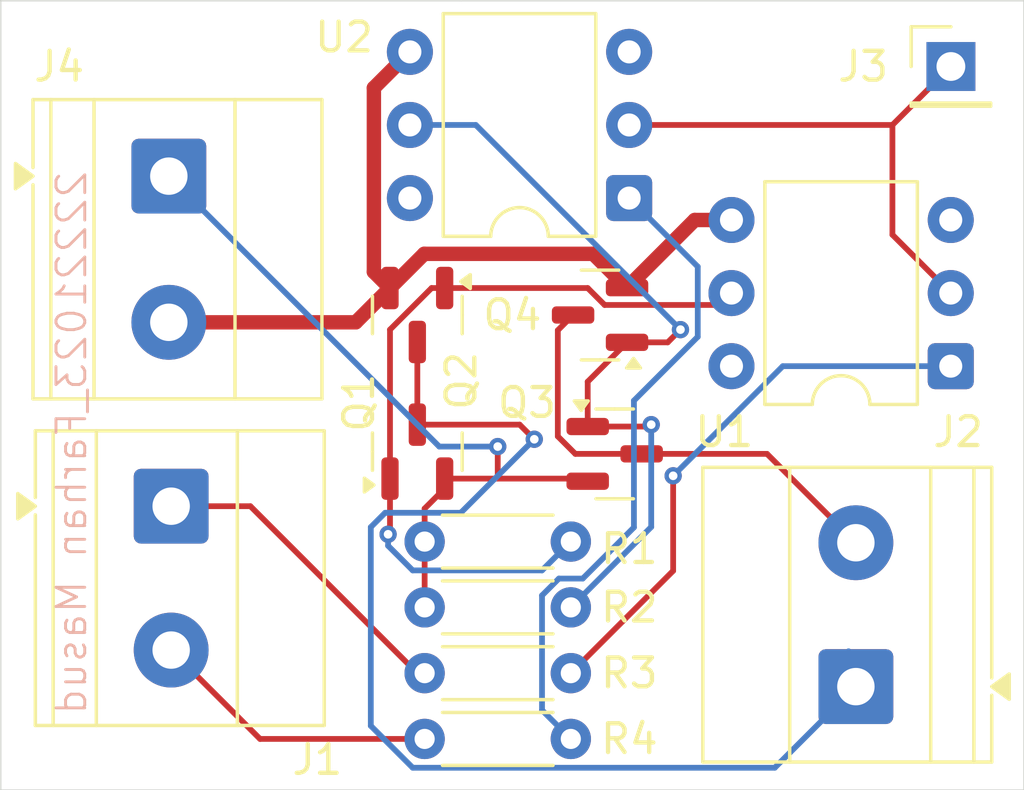
<source format=kicad_pcb>
(kicad_pcb (version 20241229) (generator "pcbnew") (generator_version "9.0")
  (layers (0 "F.Cu" signal) (2 "B.Cu" signal) (13 "F.Paste" user) (15 "B.Paste" user) (5 "F.SilkS" user "F.Silkscreen") (7 "B.SilkS" user "B.Silkscreen") (1 "F.Mask" user) (3 "B.Mask" user) (25 "Edge.Cuts" user))
  (net 0 "")
  (net 1 "IN1")
  (net 2 "IN2")
  (net 3 "OUT2")
  (net 4 "OUT1")
  (net 5 "GND")
  (net 6 "MGND")
  (net 7 "Vm")
  (net 8 "HBG1")
  (net 9 "HBG2")
  (net 10 "Net-(R3-Pad2)")
  (net 11 "Net-(R4-Pad2)")
  (footprint "Package_DIP:DIP-6_W7.62mm" (layer "F.Cu") (at 172.461 81.788 180)
    (property "Reference" "U1" (at 7.869 -2.286 0) (layer "F.SilkS"))
    (property "Value" "4N25" (hide yes))
    (fp_line (start 6.46 6.41) (end 6.46 -1.33) (stroke (width 0.12)) (layer "F.SilkS"))
    (fp_line (start 6.46 -1.33) (end 4.81 -1.33) (stroke (width 0.12)) (layer "F.SilkS"))
    (fp_line (start 2.81 -1.33) (end 1.16 -1.33) (stroke (width 0.12)) (layer "F.SilkS"))
    (fp_line (start 1.16 6.41) (end 6.46 6.41) (stroke (width 0.12)) (layer "F.SilkS"))
    (fp_line (start 1.16 -1.33) (end 1.16 6.41) (stroke (width 0.12)) (layer "F.SilkS"))
    (fp_arc (start 4.81 -1.33) (mid 3.81 -0.33) (end 2.81 -1.33) (stroke (width 0.12)) (layer "F.SilkS"))
    (pad "1" thru_hole roundrect (at 0 0 180) (size 1.6 1.6) (drill 0.8) (layers "*.Cu" "*.Mask") (roundrect_rratio 0.15625) (net 10 "Net-(R3-Pad2)"))
    (pad "2" thru_hole circle (at 0 2.54 180) (size 1.6 1.6) (drill 0.8) (layers "*.Cu" "*.Mask") (net 5 "GND"))
    (pad "3" thru_hole circle (at 0 5.08 180) (size 1.6 1.6) (drill 0.8) (layers "*.Cu" "*.Mask"))
    (pad "4" thru_hole circle (at 7.62 5.08 180) (size 1.6 1.6) (drill 0.8) (layers "*.Cu" "*.Mask") (net 6 "MGND"))
    (pad "5" thru_hole circle (at 7.62 2.54 180) (size 1.6 1.6) (drill 0.8) (layers "*.Cu" "*.Mask") (net 8 "HBG1"))
    (pad "6" thru_hole circle (at 7.62 0 180) (size 1.6 1.6) (drill 0.8) (layers "*.Cu" "*.Mask"))
  )
  (footprint "Connector_PinHeader_2.54mm:PinHeader_1x01_P2.54mm_Vertical" (layer "F.Cu") (at 172.466 71.374)
    (property "Reference" "J3" (at -3.048 0 0) (layer "F.SilkS"))
    (property "Value" "Conn_01x01_Pin" (hide yes))
    (fp_line (start -1.38 -1.38) (end 0 -1.38) (stroke (width 0.12)) (layer "F.SilkS"))
    (fp_line (start -1.38 0) (end -1.38 -1.38) (stroke (width 0.12)) (layer "F.SilkS"))
    (fp_line (start -1.38 1.27) (end -1.38 1.38) (stroke (width 0.12)) (layer "F.SilkS"))
    (fp_line (start -1.38 1.27) (end 1.38 1.27) (stroke (width 0.12)) (layer "F.SilkS"))
    (fp_line (start -1.38 1.38) (end 1.38 1.38) (stroke (width 0.12)) (layer "F.SilkS"))
    (fp_line (start 1.38 1.27) (end 1.38 1.38) (stroke (width 0.12)) (layer "F.SilkS"))
    (pad "1" thru_hole rect (at 0 0) (size 1.7 1.7) (drill 1) (layers "*.Cu" "*.Mask") (net 5 "GND"))
  )
  (footprint "Package_TO_SOT_SMD:SOT-23" (layer "F.Cu") (at 153.924 80.01 -90)
    (property "Reference" "Q2" (at 2.286 -1.524 90) (layer "F.SilkS"))
    (property "Value" "IRLML0030" (hide yes))
    (fp_line (start 0 1.56) (end -0.65 1.56) (stroke (width 0.12)) (layer "F.SilkS"))
    (fp_line (start 0 1.56) (end 0.65 1.56) (stroke (width 0.12)) (layer "F.SilkS"))
    (fp_line (start 0 -1.56) (end -0.65 -1.56) (stroke (width 0.12)) (layer "F.SilkS"))
    (fp_line (start 0 -1.56) (end 0.65 -1.56) (stroke (width 0.12)) (layer "F.SilkS"))
    (fp_poly (pts (xy -1.1625 -1.51) (xy -1.4025 -1.84) (xy -0.9225 -1.84)) (stroke (width 0.12)) (fill yes) (layer "F.SilkS"))
    (pad "1" smd roundrect (at -0.9375 -0.95 270) (size 1.475 0.6) (layers "F.Cu" "F.Mask" "F.Paste") (net 8 "HBG1"))
    (pad "2" smd roundrect (at -0.9375 0.95 270) (size 1.475 0.6) (layers "F.Cu" "F.Mask" "F.Paste") (net 6 "MGND"))
    (pad "3" smd roundrect (at 0.9375 0 270) (size 1.475 0.6) (layers "F.Cu" "F.Mask" "F.Paste") (net 4 "OUT1"))
  )
  (footprint "TerminalBlock_Phoenix:TerminalBlock_Phoenix_MKDS-1,5-2_1x02_P5.00mm_Horizontal" (layer "F.Cu") (at 169.164 92.924 90)
    (property "Reference" "J2" (at 8.85 3.556 180) (layer "F.SilkS"))
    (property "Value" "Screw_Terminal_01x02" (hide yes))
    (fp_line (start 7.62 -5.32) (end 7.62 4.72) (stroke (width 0.12)) (layer "F.SilkS"))
    (fp_line (start -2.62 -5.32) (end 7.62 -5.32) (stroke (width 0.12)) (layer "F.SilkS"))
    (fp_line (start -2.62 -5.32) (end -2.62 4.72) (stroke (width 0.12)) (layer "F.SilkS"))
    (fp_line (start -2.62 -2.3) (end 7.62 -2.3) (stroke (width 0.12)) (layer "F.SilkS"))
    (fp_line (start -2.62 2.6) (end 7.62 2.6) (stroke (width 0.12)) (layer "F.SilkS"))
    (fp_line (start -2.62 4.1) (end 7.62 4.1) (stroke (width 0.12)) (layer "F.SilkS"))
    (fp_line (start 0.3 4.72) (end 7.62 4.72) (stroke (width 0.12)) (layer "F.SilkS"))
    (fp_line (start -2.62 4.72) (end -0.3 4.72) (stroke (width 0.12)) (layer "F.SilkS"))
    (fp_poly (pts (xy 0 4.72) (xy 0.44 5.33) (xy -0.44 5.33)) (stroke (width 0.12)) (fill yes) (layer "F.SilkS"))
    (pad "1" thru_hole roundrect (at 0 0 90) (size 2.6 2.6) (drill 1.3) (layers "*.Cu" "*.Mask") (roundrect_rratio 0.096154) (net 4 "OUT1"))
    (pad "2" thru_hole circle (at 5 0 90) (size 2.6 2.6) (drill 1.3) (layers "*.Cu" "*.Mask") (net 3 "OUT2"))
  )
  (footprint "Package_DIP:DIP-6_W7.62mm" (layer "F.Cu") (at 161.285 75.946 180)
    (property "Reference" "U2" (at 9.906 5.588 0) (layer "F.SilkS"))
    (property "Value" "4N25" (hide yes))
    (fp_line (start 6.46 6.41) (end 6.46 -1.33) (stroke (width 0.12)) (layer "F.SilkS"))
    (fp_line (start 6.46 -1.33) (end 4.81 -1.33) (stroke (width 0.12)) (layer "F.SilkS"))
    (fp_line (start 2.81 -1.33) (end 1.16 -1.33) (stroke (width 0.12)) (layer "F.SilkS"))
    (fp_line (start 1.16 6.41) (end 6.46 6.41) (stroke (width 0.12)) (layer "F.SilkS"))
    (fp_line (start 1.16 -1.33) (end 1.16 6.41) (stroke (width 0.12)) (layer "F.SilkS"))
    (fp_arc (start 4.81 -1.33) (mid 3.81 -0.33) (end 2.81 -1.33) (stroke (width 0.12)) (layer "F.SilkS"))
    (pad "1" thru_hole roundrect (at 0 0 180) (size 1.6 1.6) (drill 0.8) (layers "*.Cu" "*.Mask") (roundrect_rratio 0.15625) (net 11 "Net-(R4-Pad2)"))
    (pad "2" thru_hole circle (at 0 2.54 180) (size 1.6 1.6) (drill 0.8) (layers "*.Cu" "*.Mask") (net 5 "GND"))
    (pad "3" thru_hole circle (at 0 5.08 180) (size 1.6 1.6) (drill 0.8) (layers "*.Cu" "*.Mask"))
    (pad "4" thru_hole circle (at 7.62 5.08 180) (size 1.6 1.6) (drill 0.8) (layers "*.Cu" "*.Mask") (net 6 "MGND"))
    (pad "5" thru_hole circle (at 7.62 2.54 180) (size 1.6 1.6) (drill 0.8) (layers "*.Cu" "*.Mask") (net 9 "HBG2"))
    (pad "6" thru_hole circle (at 7.62 0 180) (size 1.6 1.6) (drill 0.8) (layers "*.Cu" "*.Mask"))
  )
  (footprint "Resistor_THT:R_Axial_DIN0204_L3.6mm_D1.6mm_P5.08mm_Horizontal" (layer "F.Cu") (at 154.178 94.742)
    (property "Reference" "R4" (at 7.112 0 0) (layer "F.SilkS"))
    (property "Value" "R" (hide yes))
    (fp_line (start 0.62 -0.92) (end 4.46 -0.92) (stroke (width 0.12)) (layer "F.SilkS"))
    (fp_line (start 0.62 0.92) (end 4.46 0.92) (stroke (width 0.12)) (layer "F.SilkS"))
    (pad "1" thru_hole circle (at 0 0) (size 1.4 1.4) (drill 0.7) (layers "*.Cu" "*.Mask") (net 2 "IN2"))
    (pad "2" thru_hole circle (at 5.08 0) (size 1.4 1.4) (drill 0.7) (layers "*.Cu" "*.Mask") (net 11 "Net-(R4-Pad2)"))
  )
  (footprint "Resistor_THT:R_Axial_DIN0204_L3.6mm_D1.6mm_P5.08mm_Horizontal" (layer "F.Cu") (at 154.178 90.17)
    (property "Reference" "R2" (at 7.112 0 0) (layer "F.SilkS"))
    (property "Value" "R" (hide yes))
    (fp_line (start 0.62 -0.92) (end 4.46 -0.92) (stroke (width 0.12)) (layer "F.SilkS"))
    (fp_line (start 0.62 0.92) (end 4.46 0.92) (stroke (width 0.12)) (layer "F.SilkS"))
    (pad "1" thru_hole circle (at 0 0) (size 1.4 1.4) (drill 0.7) (layers "*.Cu" "*.Mask") (net 7 "Vm"))
    (pad "2" thru_hole circle (at 5.08 0) (size 1.4 1.4) (drill 0.7) (layers "*.Cu" "*.Mask") (net 9 "HBG2"))
  )
  (footprint "Resistor_THT:R_Axial_DIN0204_L3.6mm_D1.6mm_P5.08mm_Horizontal" (layer "F.Cu") (at 154.178 92.456)
    (property "Reference" "R3" (at 7.112 0 0) (layer "F.SilkS"))
    (property "Value" "R" (hide yes))
    (fp_line (start 0.62 -0.92) (end 4.46 -0.92) (stroke (width 0.12)) (layer "F.SilkS"))
    (fp_line (start 0.62 0.92) (end 4.46 0.92) (stroke (width 0.12)) (layer "F.SilkS"))
    (pad "1" thru_hole circle (at 0 0) (size 1.4 1.4) (drill 0.7) (layers "*.Cu" "*.Mask") (net 1 "IN1"))
    (pad "2" thru_hole circle (at 5.08 0) (size 1.4 1.4) (drill 0.7) (layers "*.Cu" "*.Mask") (net 10 "Net-(R3-Pad2)"))
  )
  (footprint "Package_TO_SOT_SMD:SOT-23" (layer "F.Cu") (at 160.782 84.836)
    (property "Reference" "Q3" (at -3.048 -1.778 0) (layer "F.SilkS"))
    (property "Value" "AO3401A" (hide yes))
    (fp_line (start 0 -1.56) (end -0.65 -1.56) (stroke (width 0.12)) (layer "F.SilkS"))
    (fp_line (start 0 -1.56) (end 0.65 -1.56) (stroke (width 0.12)) (layer "F.SilkS"))
    (fp_line (start 0 1.56) (end -0.65 1.56) (stroke (width 0.12)) (layer "F.SilkS"))
    (fp_line (start 0 1.56) (end 0.65 1.56) (stroke (width 0.12)) (layer "F.SilkS"))
    (fp_poly (pts (xy -1.1625 -1.51) (xy -1.4025 -1.84) (xy -0.9225 -1.84)) (stroke (width 0.12)) (fill yes) (layer "F.SilkS"))
    (pad "1" smd roundrect (at -0.9375 -0.95) (size 1.475 0.6) (layers "F.Cu" "F.Mask" "F.Paste") (net 9 "HBG2"))
    (pad "2" smd roundrect (at -0.9375 0.95) (size 1.475 0.6) (layers "F.Cu" "F.Mask" "F.Paste") (net 7 "Vm"))
    (pad "3" smd roundrect (at 0.9375 0) (size 1.475 0.6) (layers "F.Cu" "F.Mask" "F.Paste") (net 3 "OUT2"))
  )
  (footprint "Resistor_THT:R_Axial_DIN0204_L3.6mm_D1.6mm_P5.08mm_Horizontal" (layer "F.Cu") (at 154.178 87.884)
    (property "Reference" "R1" (at 7.112 0.254 0) (layer "F.SilkS"))
    (property "Value" "R" (hide yes))
    (fp_line (start 0.62 -0.92) (end 4.46 -0.92) (stroke (width 0.12)) (layer "F.SilkS"))
    (fp_line (start 0.62 0.92) (end 4.46 0.92) (stroke (width 0.12)) (layer "F.SilkS"))
    (pad "1" thru_hole circle (at 0 0) (size 1.4 1.4) (drill 0.7) (layers "*.Cu" "*.Mask") (net 7 "Vm"))
    (pad "2" thru_hole circle (at 5.08 0) (size 1.4 1.4) (drill 0.7) (layers "*.Cu" "*.Mask") (net 8 "HBG1"))
  )
  (footprint "TerminalBlock_Phoenix:TerminalBlock_Phoenix_MKDS-1,5-2_1x02_P5.00mm_Horizontal" (layer "F.Cu") (at 145.3695 86.654 -90)
    (property "Reference" "J1" (at 8.81 -5.08 180) (layer "F.SilkS"))
    (property "Value" "Screw_Terminal_01x02" (hide yes))
    (fp_line (start -2.62 4.72) (end -0.3 4.72) (stroke (width 0.12)) (layer "F.SilkS"))
    (fp_line (start 0.3 4.72) (end 7.62 4.72) (stroke (width 0.12)) (layer "F.SilkS"))
    (fp_line (start -2.62 4.1) (end 7.62 4.1) (stroke (width 0.12)) (layer "F.SilkS"))
    (fp_line (start -2.62 2.6) (end 7.62 2.6) (stroke (width 0.12)) (layer "F.SilkS"))
    (fp_line (start -2.62 -2.3) (end 7.62 -2.3) (stroke (width 0.12)) (layer "F.SilkS"))
    (fp_line (start -2.62 -5.32) (end -2.62 4.72) (stroke (width 0.12)) (layer "F.SilkS"))
    (fp_line (start -2.62 -5.32) (end 7.62 -5.32) (stroke (width 0.12)) (layer "F.SilkS"))
    (fp_line (start 7.62 -5.32) (end 7.62 4.72) (stroke (width 0.12)) (layer "F.SilkS"))
    (fp_poly (pts (xy 0 4.72) (xy 0.44 5.33) (xy -0.44 5.33)) (stroke (width 0.12)) (fill yes) (layer "F.SilkS"))
    (pad "1" thru_hole roundrect (at 0 0 270) (size 2.6 2.6) (drill 1.3) (layers "*.Cu" "*.Mask") (roundrect_rratio 0.096154) (net 1 "IN1"))
    (pad "2" thru_hole circle (at 5 0 270) (size 2.6 2.6) (drill 1.3) (layers "*.Cu" "*.Mask") (net 2 "IN2"))
  )
  (footprint "TerminalBlock_Phoenix:TerminalBlock_Phoenix_MKDS-1,5-2-5.08_1x02_P5.08mm_Horizontal" (layer "F.Cu") (at 145.288 75.184 -90)
    (property "Reference" "J4" (at -3.81 3.81 180) (layer "F.SilkS"))
    (property "Value" "Screw_Terminal_01x02" (hide yes))
    (fp_line (start -2.66 4.72) (end -0.3 4.72) (stroke (width 0.12)) (layer "F.SilkS"))
    (fp_line (start 0.3 4.72) (end 7.74 4.72) (stroke (width 0.12)) (layer "F.SilkS"))
    (fp_line (start -2.66 4.1) (end 7.74 4.1) (stroke (width 0.12)) (layer "F.SilkS"))
    (fp_line (start -2.66 2.6) (end 7.74 2.6) (stroke (width 0.12)) (layer "F.SilkS"))
    (fp_line (start -2.66 -2.3) (end 7.74 -2.3) (stroke (width 0.12)) (layer "F.SilkS"))
    (fp_line (start -2.66 -5.32) (end -2.66 4.72) (stroke (width 0.12)) (layer "F.SilkS"))
    (fp_line (start -2.66 -5.32) (end 7.74 -5.32) (stroke (width 0.12)) (layer "F.SilkS"))
    (fp_line (start 7.74 -5.32) (end 7.74 4.72) (stroke (width 0.12)) (layer "F.SilkS"))
    (fp_poly (pts (xy 0 4.72) (xy 0.44 5.33) (xy -0.44 5.33)) (stroke (width 0.12)) (fill yes) (layer "F.SilkS"))
    (pad "1" thru_hole roundrect (at 0 0 270) (size 2.6 2.6) (drill 1.3) (layers "*.Cu" "*.Mask") (roundrect_rratio 0.096154) (net 7 "Vm"))
    (pad "2" thru_hole circle (at 5.08 0 270) (size 2.6 2.6) (drill 1.3) (layers "*.Cu" "*.Mask") (net 6 "MGND"))
  )
  (footprint "Package_TO_SOT_SMD:SOT-23" (layer "F.Cu") (at 153.924 84.7575 90)
    (property "Reference" "Q1" (at 1.6995 -2.032 90) (layer "F.SilkS"))
    (property "Value" "AO3401A" (hide yes))
    (fp_line (start 0 -1.56) (end 0.65 -1.56) (stroke (width 0.12)) (layer "F.SilkS"))
    (fp_line (start 0 -1.56) (end -0.65 -1.56) (stroke (width 0.12)) (layer "F.SilkS"))
    (fp_line (start 0 1.56) (end 0.65 1.56) (stroke (width 0.12)) (layer "F.SilkS"))
    (fp_line (start 0 1.56) (end -0.65 1.56) (stroke (width 0.12)) (layer "F.SilkS"))
    (fp_poly (pts (xy -1.1625 -1.51) (xy -1.4025 -1.84) (xy -0.9225 -1.84)) (stroke (width 0.12)) (fill yes) (layer "F.SilkS"))
    (pad "1" smd roundrect (at -0.9375 -0.95 90) (size 1.475 0.6) (layers "F.Cu" "F.Mask" "F.Paste") (net 8 "HBG1"))
    (pad "2" smd roundrect (at -0.9375 0.95 90) (size 1.475 0.6) (layers "F.Cu" "F.Mask" "F.Paste") (net 7 "Vm"))
    (pad "3" smd roundrect (at 0.9375 0 90) (size 1.475 0.6) (layers "F.Cu" "F.Mask" "F.Paste") (net 4 "OUT1"))
  )
  (footprint "Package_TO_SOT_SMD:SOT-23" (layer "F.Cu") (at 160.274 80.01 180)
    (property "Reference" "Q4" (at 3.048 0 0) (layer "F.SilkS"))
    (property "Value" "IRLML0030" (hide yes))
    (fp_line (start 0 1.56) (end 0.65 1.56) (stroke (width 0.12)) (layer "F.SilkS"))
    (fp_line (start 0 1.56) (end -0.65 1.56) (stroke (width 0.12)) (layer "F.SilkS"))
    (fp_line (start 0 -1.56) (end 0.65 -1.56) (stroke (width 0.12)) (layer "F.SilkS"))
    (fp_line (start 0 -1.56) (end -0.65 -1.56) (stroke (width 0.12)) (layer "F.SilkS"))
    (fp_poly (pts (xy -1.1625 -1.51) (xy -1.4025 -1.84) (xy -0.9225 -1.84)) (stroke (width 0.12)) (fill yes) (layer "F.SilkS"))
    (pad "1" smd roundrect (at -0.9375 -0.95 180) (size 1.475 0.6) (layers "F.Cu" "F.Mask" "F.Paste") (net 9 "HBG2"))
    (pad "2" smd roundrect (at -0.9375 0.95 180) (size 1.475 0.6) (layers "F.Cu" "F.Mask" "F.Paste") (net 6 "MGND"))
    (pad "3" smd roundrect (at 0.9375 0 180) (size 1.475 0.6) (layers "F.Cu" "F.Mask" "F.Paste") (net 3 "OUT2"))
  )
  (gr_line (start 139.446 69.088) (end 139.446 96.52) (stroke (width 0.05)) (layer "Edge.Cuts"))
  (gr_line (start 155.448 69.088) (end 139.446 69.088) (stroke (width 0.05)) (layer "Edge.Cuts"))
  (gr_line (start 175.006 96.52) (end 175.006 69.088) (stroke (width 0.05)) (layer "Edge.Cuts"))
  (gr_line (start 139.446 96.52) (end 175.006 96.52) (stroke (width 0.05)) (layer "Edge.Cuts"))
  (gr_line (start 175.006 69.088) (end 155.448 69.088) (stroke (width 0.05)) (layer "Edge.Cuts"))
  (gr_text "22221023_Farhan Masud" (at 142.494 74.93 90) (layer "B.SilkS") (effects (font (size 1 1) (thickness 0.1)) (justify left bottom mirror)))
  (segment (start 153.924 92.456) (end 148.122 86.654) (width 0.2) (layer "F.Cu") (net 1))
  (segment (start 148.122 86.654) (end 145.3695 86.654) (width 0.2) (layer "F.Cu") (net 1))
  (segment (start 154.178 92.456) (end 153.924 92.456) (width 0.2) (layer "F.Cu") (net 1))
  (segment (start 154.178 94.742) (end 148.4575 94.742) (width 0.2) (layer "F.Cu") (net 2))
  (segment (start 148.4575 94.742) (end 145.3695 91.654) (width 0.2) (layer "F.Cu") (net 2))
  (segment (start 166.076 84.836) (end 169.164 87.924) (width 0.2) (layer "F.Cu") (net 3))
  (segment (start 158.806 84.226968) (end 158.806 80.5405) (width 0.2) (layer "F.Cu") (net 3))
  (segment (start 158.806 80.5405) (end 159.3365 80.01) (width 0.2) (layer "F.Cu") (net 3))
  (segment (start 161.7195 84.836) (end 166.076 84.836) (width 0.2) (layer "F.Cu") (net 3))
  (segment (start 161.7195 84.836) (end 159.415032 84.836) (width 0.2) (layer "F.Cu") (net 3))
  (segment (start 159.415032 84.836) (end 158.806 84.226968) (width 0.2) (layer "F.Cu") (net 3))
  (segment (start 157.48 83.82) (end 153.924 83.82) (width 0.2) (layer "F.Cu") (net 4))
  (segment (start 157.988 84.328) (end 157.48 83.82) (width 0.2) (layer "F.Cu") (net 4))
  (segment (start 153.924 83.82) (end 153.924 80.9475) (width 0.2) (layer "F.Cu") (net 4))
  (via (at 157.988 84.328) (size 0.6) (drill 0.3) (layers "F.Cu" "B.Cu") (net 4))
  (segment (start 169.164 92.924) (end 166.345 95.743) (width 0.2) (layer "B.Cu") (net 4))
  (segment (start 155.433 86.883) (end 157.988 84.328) (width 0.2) (layer "B.Cu") (net 4))
  (segment (start 152.307 87.381057) (end 152.805057 86.883) (width 0.2) (layer "B.Cu") (net 4))
  (segment (start 166.345 95.743) (end 153.763372 95.743) (width 0.2) (layer "B.Cu") (net 4))
  (segment (start 153.763372 95.743) (end 152.307 94.286628) (width 0.2) (layer "B.Cu") (net 4))
  (segment (start 152.805057 86.883) (end 155.433 86.883) (width 0.2) (layer "B.Cu") (net 4))
  (segment (start 152.307 94.286628) (end 152.307 87.381057) (width 0.2) (layer "B.Cu") (net 4))
  (segment (start 168.91 91.694) (end 168.817 91.787) (width 0.2) (layer "B.Cu") (net 4))
  (segment (start 170.434 73.406) (end 172.466 71.374) (width 0.2) (layer "F.Cu") (net 5))
  (segment (start 161.285 73.406) (end 170.434 73.406) (width 0.2) (layer "F.Cu") (net 5))
  (segment (start 170.434 77.221) (end 170.434 73.406) (width 0.2) (layer "F.Cu") (net 5))
  (segment (start 172.461 79.248) (end 170.434 77.221) (width 0.2) (layer "F.Cu") (net 5))
  (segment (start 152.414 72.117) (end 152.414 78.5125) (width 0.5) (layer "F.Cu") (net 6))
  (segment (start 152.974 79.0725) (end 152.8295 79.0725) (width 0.2) (layer "F.Cu") (net 6))
  (segment (start 151.7825 80.264) (end 152.974 79.0725) (width 0.5) (layer "F.Cu") (net 6))
  (segment (start 164.841 76.708) (end 163.5635 76.708) (width 0.5) (layer "F.Cu") (net 6))
  (segment (start 152.414 78.5125) (end 152.974 79.0725) (width 0.5) (layer "F.Cu") (net 6))
  (segment (start 163.5635 76.708) (end 161.2115 79.06) (width 0.5) (layer "F.Cu") (net 6))
  (segment (start 160.0355 77.884) (end 154.1625 77.884) (width 0.5) (layer "F.Cu") (net 6))
  (segment (start 161.2115 79.06) (end 160.0355 77.884) (width 0.5) (layer "F.Cu") (net 6))
  (segment (start 154.1625 77.884) (end 152.974 79.0725) (width 0.5) (layer "F.Cu") (net 6))
  (segment (start 153.665 70.866) (end 152.414 72.117) (width 0.5) (layer "F.Cu") (net 6))
  (segment (start 145.288 80.264) (end 151.7825 80.264) (width 0.5) (layer "F.Cu") (net 6))
  (segment (start 156.718 84.582) (end 156.718 85.695) (width 0.2) (layer "F.Cu") (net 7))
  (segment (start 156.718 85.695) (end 159.7535 85.695) (width 0.2) (layer "F.Cu") (net 7))
  (segment (start 154.178 87.884) (end 154.178 90.17) (width 0.2) (layer "F.Cu") (net 7))
  (segment (start 154.874 86.04) (end 154.178 86.736) (width 0.2) (layer "F.Cu") (net 7))
  (segment (start 154.874 85.695) (end 156.718 85.695) (width 0.2) (layer "F.Cu") (net 7))
  (segment (start 154.874 85.695) (end 154.874 86.04) (width 0.2) (layer "F.Cu") (net 7))
  (segment (start 159.7535 85.695) (end 159.8445 85.786) (width 0.2) (layer "F.Cu") (net 7))
  (segment (start 154.178 86.736) (end 154.178 87.884) (width 0.2) (layer "F.Cu") (net 7))
  (via (at 156.718 84.582) (size 0.6) (drill 0.3) (layers "F.Cu" "B.Cu") (net 7))
  (segment (start 154.686 84.582) (end 156.718 84.582) (width 0.2) (layer "B.Cu") (net 7))
  (segment (start 145.288 75.184) (end 154.686 84.582) (width 0.2) (layer "B.Cu") (net 7))
  (segment (start 159.844532 79.0725) (end 160.433032 79.661) (width 0.2) (layer "F.Cu") (net 8))
  (segment (start 152.974 85.695) (end 152.974 87.564) (width 0.2) (layer "F.Cu") (net 8))
  (segment (start 160.433032 79.661) (end 164.428 79.661) (width 0.2) (layer "F.Cu") (net 8))
  (segment (start 152.974 85.695) (end 152.974 80.518032) (width 0.2) (layer "F.Cu") (net 8))
  (segment (start 164.428 79.661) (end 164.841 79.248) (width 0.2) (layer "F.Cu") (net 8))
  (segment (start 154.419532 79.0725) (end 154.874 79.0725) (width 0.2) (layer "F.Cu") (net 8))
  (segment (start 154.874 79.0725) (end 159.844532 79.0725) (width 0.2) (layer "F.Cu") (net 8))
  (segment (start 152.974 80.518032) (end 154.419532 79.0725) (width 0.2) (layer "F.Cu") (net 8))
  (segment (start 152.974 87.564) (end 152.908 87.63) (width 0.2) (layer "F.Cu") (net 8))
  (via (at 152.908 87.63) (size 0.6) (drill 0.3) (layers "F.Cu" "B.Cu") (net 8))
  (segment (start 152.908 87.63) (end 152.908 88.029628) (width 0.2) (layer "B.Cu") (net 8))
  (segment (start 158.257 88.885) (end 159.258 87.884) (width 0.2) (layer "B.Cu") (net 8))
  (segment (start 152.908 88.029628) (end 153.763372 88.885) (width 0.2) (layer "B.Cu") (net 8))
  (segment (start 153.763372 88.885) (end 158.257 88.885) (width 0.2) (layer "B.Cu") (net 8))
  (segment (start 161.986 83.886) (end 159.8445 83.886) (width 0.2) (layer "F.Cu") (net 9))
  (segment (start 161.2115 80.96) (end 159.8445 82.327) (width 0.2) (layer "F.Cu") (net 9))
  (segment (start 159.8445 82.327) (end 159.8445 83.566) (width 0.2) (layer "F.Cu") (net 9))
  (segment (start 162.052 83.82) (end 161.986 83.886) (width 0.2) (layer "F.Cu") (net 9))
  (segment (start 161.2115 80.96) (end 162.626 80.96) (width 0.2) (layer "F.Cu") (net 9))
  (segment (start 162.626 80.96) (end 163.068 80.518) (width 0.2) (layer "F.Cu") (net 9))
  (via (at 163.068 80.518) (size 0.6) (drill 0.3) (layers "F.Cu" "B.Cu") (net 9))
  (via (at 162.052 83.82) (size 0.6) (drill 0.3) (layers "F.Cu" "B.Cu") (net 9))
  (segment (start 162.052 87.376) (end 162.052 83.82) (width 0.2) (layer "B.Cu") (net 9))
  (segment (start 159.258 90.17) (end 162.052 87.376) (width 0.2) (layer "B.Cu") (net 9))
  (segment (start 163.068 80.518) (end 155.956 73.406) (width 0.2) (layer "B.Cu") (net 9))
  (segment (start 155.956 73.406) (end 153.665 73.406) (width 0.2) (layer "B.Cu") (net 9))
  (segment (start 162.814 85.598) (end 162.814 88.9) (width 0.2) (layer "F.Cu") (net 10))
  (segment (start 162.814 88.9) (end 159.258 92.456) (width 0.2) (layer "F.Cu") (net 10))
  (via (at 162.814 85.598) (size 0.6) (drill 0.3) (layers "F.Cu" "B.Cu") (net 10))
  (segment (start 172.461 81.788) (end 166.624 81.788) (width 0.2) (layer "B.Cu") (net 10))
  (segment (start 166.624 81.788) (end 162.814 85.598) (width 0.2) (layer "B.Cu") (net 10))
  (segment (start 159.258 94.742) (end 158.257 93.741) (width 0.2) (layer "B.Cu") (net 11))
  (segment (start 163.669 80.766943) (end 163.669 78.33) (width 0.2) (layer "B.Cu") (net 11))
  (segment (start 158.257 89.755372) (end 158.843372 89.169) (width 0.2) (layer "B.Cu") (net 11))
  (segment (start 158.257 93.741) (end 158.257 89.755372) (width 0.2) (layer "B.Cu") (net 11))
  (segment (start 163.669 78.33) (end 161.285 75.946) (width 0.2) (layer "B.Cu") (net 11))
  (segment (start 161.451 87.390628) (end 161.451 82.984943) (width 0.2) (layer "B.Cu") (net 11))
  (segment (start 161.451 82.984943) (end 163.669 80.766943) (width 0.2) (layer "B.Cu") (net 11))
  (segment (start 159.672628 89.169) (end 161.451 87.390628) (width 0.2) (layer "B.Cu") (net 11))
  (segment (start 158.843372 89.169) (end 159.672628 89.169) (width 0.2) (layer "B.Cu") (net 11))
)
</source>
